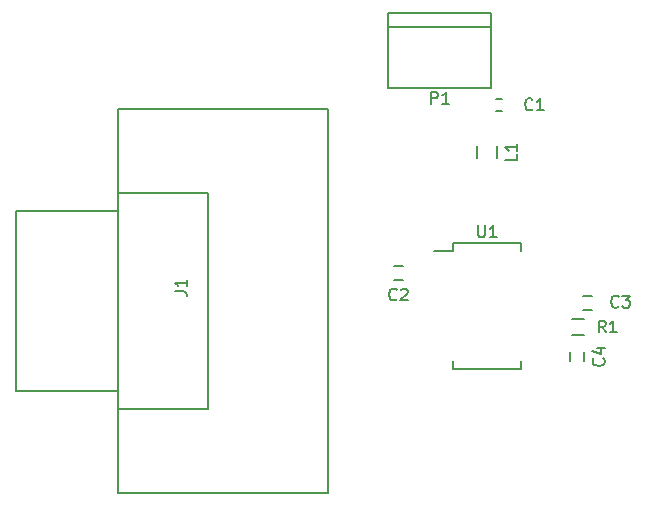
<source format=gto>
G04 #@! TF.FileFunction,Legend,Top*
%FSLAX46Y46*%
G04 Gerber Fmt 4.6, Leading zero omitted, Abs format (unit mm)*
G04 Created by KiCad (PCBNEW 4.0.2-stable) date Wed 04 May 2016 04:46:57 PM EDT*
%MOMM*%
G01*
G04 APERTURE LIST*
%ADD10C,0.100000*%
%ADD11C,0.150000*%
G04 APERTURE END LIST*
D10*
D11*
X162250000Y-77525000D02*
X161750000Y-77525000D01*
X161750000Y-78475000D02*
X162250000Y-78475000D01*
X153850000Y-92800000D02*
X153150000Y-92800000D01*
X153150000Y-91600000D02*
X153850000Y-91600000D01*
X169850000Y-95400000D02*
X169150000Y-95400000D01*
X169150000Y-94200000D02*
X169850000Y-94200000D01*
X169200000Y-98950000D02*
X169200000Y-99650000D01*
X168000000Y-99650000D02*
X168000000Y-98950000D01*
X147556000Y-110859000D02*
X147556000Y-78347000D01*
X147556000Y-78347000D02*
X129776000Y-78347000D01*
X129776000Y-78347000D02*
X129776000Y-110859000D01*
X129776000Y-110859000D02*
X147556000Y-110859000D01*
X129776000Y-103747000D02*
X137396000Y-103747000D01*
X137396000Y-103747000D02*
X137396000Y-85459000D01*
X137396000Y-85459000D02*
X129776000Y-85459000D01*
X129776000Y-102223000D02*
X121140000Y-102223000D01*
X121140000Y-102223000D02*
X121140000Y-86983000D01*
X121140000Y-86983000D02*
X129776000Y-86983000D01*
X161850000Y-82500000D02*
X161850000Y-81500000D01*
X160150000Y-81500000D02*
X160150000Y-82500000D01*
X161350900Y-70182540D02*
X152650900Y-70182540D01*
X161350900Y-76587540D02*
X152650900Y-76587540D01*
X152650900Y-76587540D02*
X152650900Y-70182540D01*
X152650900Y-71412540D02*
X161350900Y-71412540D01*
X161350900Y-70182540D02*
X161350900Y-76587540D01*
X158125000Y-89675000D02*
X158125000Y-90325000D01*
X163875000Y-89675000D02*
X163875000Y-90325000D01*
X163875000Y-100325000D02*
X163875000Y-99675000D01*
X158125000Y-100325000D02*
X158125000Y-99675000D01*
X158125000Y-89675000D02*
X163875000Y-89675000D01*
X158125000Y-100325000D02*
X163875000Y-100325000D01*
X158125000Y-90325000D02*
X156525000Y-90325000D01*
X169200000Y-97475000D02*
X168200000Y-97475000D01*
X168200000Y-96125000D02*
X169200000Y-96125000D01*
X164833334Y-78357143D02*
X164785715Y-78404762D01*
X164642858Y-78452381D01*
X164547620Y-78452381D01*
X164404762Y-78404762D01*
X164309524Y-78309524D01*
X164261905Y-78214286D01*
X164214286Y-78023810D01*
X164214286Y-77880952D01*
X164261905Y-77690476D01*
X164309524Y-77595238D01*
X164404762Y-77500000D01*
X164547620Y-77452381D01*
X164642858Y-77452381D01*
X164785715Y-77500000D01*
X164833334Y-77547619D01*
X165785715Y-78452381D02*
X165214286Y-78452381D01*
X165500000Y-78452381D02*
X165500000Y-77452381D01*
X165404762Y-77595238D01*
X165309524Y-77690476D01*
X165214286Y-77738095D01*
X153333334Y-94457143D02*
X153285715Y-94504762D01*
X153142858Y-94552381D01*
X153047620Y-94552381D01*
X152904762Y-94504762D01*
X152809524Y-94409524D01*
X152761905Y-94314286D01*
X152714286Y-94123810D01*
X152714286Y-93980952D01*
X152761905Y-93790476D01*
X152809524Y-93695238D01*
X152904762Y-93600000D01*
X153047620Y-93552381D01*
X153142858Y-93552381D01*
X153285715Y-93600000D01*
X153333334Y-93647619D01*
X153714286Y-93647619D02*
X153761905Y-93600000D01*
X153857143Y-93552381D01*
X154095239Y-93552381D01*
X154190477Y-93600000D01*
X154238096Y-93647619D01*
X154285715Y-93742857D01*
X154285715Y-93838095D01*
X154238096Y-93980952D01*
X153666667Y-94552381D01*
X154285715Y-94552381D01*
X172133334Y-95057143D02*
X172085715Y-95104762D01*
X171942858Y-95152381D01*
X171847620Y-95152381D01*
X171704762Y-95104762D01*
X171609524Y-95009524D01*
X171561905Y-94914286D01*
X171514286Y-94723810D01*
X171514286Y-94580952D01*
X171561905Y-94390476D01*
X171609524Y-94295238D01*
X171704762Y-94200000D01*
X171847620Y-94152381D01*
X171942858Y-94152381D01*
X172085715Y-94200000D01*
X172133334Y-94247619D01*
X172466667Y-94152381D02*
X173085715Y-94152381D01*
X172752381Y-94533333D01*
X172895239Y-94533333D01*
X172990477Y-94580952D01*
X173038096Y-94628571D01*
X173085715Y-94723810D01*
X173085715Y-94961905D01*
X173038096Y-95057143D01*
X172990477Y-95104762D01*
X172895239Y-95152381D01*
X172609524Y-95152381D01*
X172514286Y-95104762D01*
X172466667Y-95057143D01*
X170857143Y-99466666D02*
X170904762Y-99514285D01*
X170952381Y-99657142D01*
X170952381Y-99752380D01*
X170904762Y-99895238D01*
X170809524Y-99990476D01*
X170714286Y-100038095D01*
X170523810Y-100085714D01*
X170380952Y-100085714D01*
X170190476Y-100038095D01*
X170095238Y-99990476D01*
X170000000Y-99895238D01*
X169952381Y-99752380D01*
X169952381Y-99657142D01*
X170000000Y-99514285D01*
X170047619Y-99466666D01*
X170285714Y-98609523D02*
X170952381Y-98609523D01*
X169904762Y-98847619D02*
X170619048Y-99085714D01*
X170619048Y-98466666D01*
X134562381Y-93793333D02*
X135276667Y-93793333D01*
X135419524Y-93840953D01*
X135514762Y-93936191D01*
X135562381Y-94079048D01*
X135562381Y-94174286D01*
X135562381Y-92793333D02*
X135562381Y-93364762D01*
X135562381Y-93079048D02*
X134562381Y-93079048D01*
X134705238Y-93174286D01*
X134800476Y-93269524D01*
X134848095Y-93364762D01*
X163552381Y-82166666D02*
X163552381Y-82642857D01*
X162552381Y-82642857D01*
X163552381Y-81309523D02*
X163552381Y-81880952D01*
X163552381Y-81595238D02*
X162552381Y-81595238D01*
X162695238Y-81690476D01*
X162790476Y-81785714D01*
X162838095Y-81880952D01*
X156261905Y-77902381D02*
X156261905Y-76902381D01*
X156642858Y-76902381D01*
X156738096Y-76950000D01*
X156785715Y-76997619D01*
X156833334Y-77092857D01*
X156833334Y-77235714D01*
X156785715Y-77330952D01*
X156738096Y-77378571D01*
X156642858Y-77426190D01*
X156261905Y-77426190D01*
X157785715Y-77902381D02*
X157214286Y-77902381D01*
X157500000Y-77902381D02*
X157500000Y-76902381D01*
X157404762Y-77045238D01*
X157309524Y-77140476D01*
X157214286Y-77188095D01*
X160238095Y-88202381D02*
X160238095Y-89011905D01*
X160285714Y-89107143D01*
X160333333Y-89154762D01*
X160428571Y-89202381D01*
X160619048Y-89202381D01*
X160714286Y-89154762D01*
X160761905Y-89107143D01*
X160809524Y-89011905D01*
X160809524Y-88202381D01*
X161809524Y-89202381D02*
X161238095Y-89202381D01*
X161523809Y-89202381D02*
X161523809Y-88202381D01*
X161428571Y-88345238D01*
X161333333Y-88440476D01*
X161238095Y-88488095D01*
X171033334Y-97252381D02*
X170700000Y-96776190D01*
X170461905Y-97252381D02*
X170461905Y-96252381D01*
X170842858Y-96252381D01*
X170938096Y-96300000D01*
X170985715Y-96347619D01*
X171033334Y-96442857D01*
X171033334Y-96585714D01*
X170985715Y-96680952D01*
X170938096Y-96728571D01*
X170842858Y-96776190D01*
X170461905Y-96776190D01*
X171985715Y-97252381D02*
X171414286Y-97252381D01*
X171700000Y-97252381D02*
X171700000Y-96252381D01*
X171604762Y-96395238D01*
X171509524Y-96490476D01*
X171414286Y-96538095D01*
M02*

</source>
